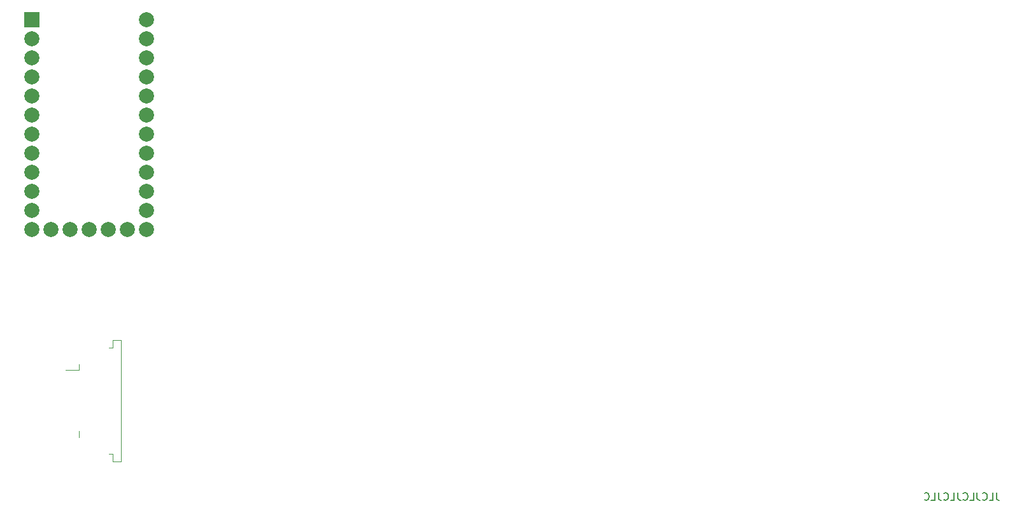
<source format=gbr>
%TF.GenerationSoftware,KiCad,Pcbnew,(6.0.4)*%
%TF.CreationDate,2023-12-12T22:18:02-08:00*%
%TF.ProjectId,keyboard,6b657962-6f61-4726-942e-6b696361645f,v1.0.0*%
%TF.SameCoordinates,Original*%
%TF.FileFunction,Legend,Bot*%
%TF.FilePolarity,Positive*%
%FSLAX46Y46*%
G04 Gerber Fmt 4.6, Leading zero omitted, Abs format (unit mm)*
G04 Created by KiCad (PCBNEW (6.0.4)) date 2023-12-12 22:18:02*
%MOMM*%
%LPD*%
G01*
G04 APERTURE LIST*
%ADD10C,0.150000*%
%ADD11C,0.000000*%
%ADD12C,0.120000*%
%ADD13R,2.000000X2.000000*%
%ADD14C,2.000000*%
G04 APERTURE END LIST*
D10*
X249619047Y-153052380D02*
X249619047Y-153766666D01*
X249666666Y-153909523D01*
X249761904Y-154004761D01*
X249904761Y-154052380D01*
X250000000Y-154052380D01*
X248666666Y-154052380D02*
X249142857Y-154052380D01*
X249142857Y-153052380D01*
X247761904Y-153957142D02*
X247809523Y-154004761D01*
X247952380Y-154052380D01*
X248047619Y-154052380D01*
X248190476Y-154004761D01*
X248285714Y-153909523D01*
X248333333Y-153814285D01*
X248380952Y-153623809D01*
X248380952Y-153480952D01*
X248333333Y-153290476D01*
X248285714Y-153195238D01*
X248190476Y-153100000D01*
X248047619Y-153052380D01*
X247952380Y-153052380D01*
X247809523Y-153100000D01*
X247761904Y-153147619D01*
X247047619Y-153052380D02*
X247047619Y-153766666D01*
X247095238Y-153909523D01*
X247190476Y-154004761D01*
X247333333Y-154052380D01*
X247428571Y-154052380D01*
X246095238Y-154052380D02*
X246571428Y-154052380D01*
X246571428Y-153052380D01*
X245190476Y-153957142D02*
X245238095Y-154004761D01*
X245380952Y-154052380D01*
X245476190Y-154052380D01*
X245619047Y-154004761D01*
X245714285Y-153909523D01*
X245761904Y-153814285D01*
X245809523Y-153623809D01*
X245809523Y-153480952D01*
X245761904Y-153290476D01*
X245714285Y-153195238D01*
X245619047Y-153100000D01*
X245476190Y-153052380D01*
X245380952Y-153052380D01*
X245238095Y-153100000D01*
X245190476Y-153147619D01*
X244476190Y-153052380D02*
X244476190Y-153766666D01*
X244523809Y-153909523D01*
X244619047Y-154004761D01*
X244761904Y-154052380D01*
X244857142Y-154052380D01*
X243523809Y-154052380D02*
X244000000Y-154052380D01*
X244000000Y-153052380D01*
X242619047Y-153957142D02*
X242666666Y-154004761D01*
X242809523Y-154052380D01*
X242904761Y-154052380D01*
X243047619Y-154004761D01*
X243142857Y-153909523D01*
X243190476Y-153814285D01*
X243238095Y-153623809D01*
X243238095Y-153480952D01*
X243190476Y-153290476D01*
X243142857Y-153195238D01*
X243047619Y-153100000D01*
X242904761Y-153052380D01*
X242809523Y-153052380D01*
X242666666Y-153100000D01*
X242619047Y-153147619D01*
X241904761Y-153052380D02*
X241904761Y-153766666D01*
X241952380Y-153909523D01*
X242047619Y-154004761D01*
X242190476Y-154052380D01*
X242285714Y-154052380D01*
X240952380Y-154052380D02*
X241428571Y-154052380D01*
X241428571Y-153052380D01*
X240047619Y-153957142D02*
X240095238Y-154004761D01*
X240238095Y-154052380D01*
X240333333Y-154052380D01*
X240476190Y-154004761D01*
X240571428Y-153909523D01*
X240619047Y-153814285D01*
X240666666Y-153623809D01*
X240666666Y-153480952D01*
X240619047Y-153290476D01*
X240571428Y-153195238D01*
X240476190Y-153100000D01*
X240333333Y-153052380D01*
X240238095Y-153052380D01*
X240095238Y-153100000D01*
X240047619Y-153147619D01*
D11*
%TO.C,*%
D12*
X133260000Y-148870000D02*
X133260000Y-132730000D01*
X132150000Y-132730000D02*
X132150000Y-133755000D01*
X127640000Y-135910000D02*
X127640000Y-136735000D01*
X127640000Y-136735000D02*
X125840000Y-136735000D01*
X127640000Y-144865000D02*
X127640000Y-145690000D01*
X132150000Y-133755000D02*
X131610000Y-133755000D01*
X132150000Y-147845000D02*
X132150000Y-148870000D01*
X131610000Y-147845000D02*
X132150000Y-147845000D01*
X132150000Y-148870000D02*
X133260000Y-148870000D01*
X133260000Y-132730000D02*
X132150000Y-132730000D01*
%TD*%
D13*
%TO.C,*%
X121380000Y-90030000D03*
D14*
X121380000Y-92570000D03*
X121380000Y-95110000D03*
X121380000Y-97650000D03*
X121380000Y-100190000D03*
X121380000Y-102730000D03*
X121380000Y-105270000D03*
X121380000Y-107810000D03*
X121380000Y-110350000D03*
X121380000Y-112890000D03*
X121380000Y-115430000D03*
X121380000Y-117970000D03*
X136620000Y-117970000D03*
X136620000Y-115430000D03*
X136620000Y-112890000D03*
X136620000Y-110350000D03*
X136620000Y-107810000D03*
X136620000Y-105270000D03*
X136620000Y-102730000D03*
X136620000Y-100190000D03*
X136620000Y-97650000D03*
X136620000Y-95110000D03*
X136620000Y-92570000D03*
X136620000Y-90030000D03*
X123920000Y-117970000D03*
X126460000Y-117970000D03*
X129000000Y-117970000D03*
X131540000Y-117970000D03*
X134080000Y-117970000D03*
%TD*%
M02*

</source>
